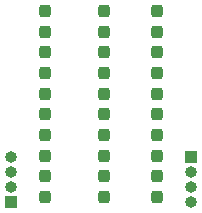
<source format=gbr>
%TF.GenerationSoftware,KiCad,Pcbnew,(6.0.0)*%
%TF.CreationDate,2022-01-30T23:15:09+01:00*%
%TF.ProjectId,TinyPlay_matrix,54696e79-506c-4617-995f-6d6174726978,rev?*%
%TF.SameCoordinates,Original*%
%TF.FileFunction,Soldermask,Top*%
%TF.FilePolarity,Negative*%
%FSLAX46Y46*%
G04 Gerber Fmt 4.6, Leading zero omitted, Abs format (unit mm)*
G04 Created by KiCad (PCBNEW (6.0.0)) date 2022-01-30 23:15:09*
%MOMM*%
%LPD*%
G01*
G04 APERTURE LIST*
G04 Aperture macros list*
%AMRoundRect*
0 Rectangle with rounded corners*
0 $1 Rounding radius*
0 $2 $3 $4 $5 $6 $7 $8 $9 X,Y pos of 4 corners*
0 Add a 4 corners polygon primitive as box body*
4,1,4,$2,$3,$4,$5,$6,$7,$8,$9,$2,$3,0*
0 Add four circle primitives for the rounded corners*
1,1,$1+$1,$2,$3*
1,1,$1+$1,$4,$5*
1,1,$1+$1,$6,$7*
1,1,$1+$1,$8,$9*
0 Add four rect primitives between the rounded corners*
20,1,$1+$1,$2,$3,$4,$5,0*
20,1,$1+$1,$4,$5,$6,$7,0*
20,1,$1+$1,$6,$7,$8,$9,0*
20,1,$1+$1,$8,$9,$2,$3,0*%
G04 Aperture macros list end*
%ADD10RoundRect,0.237500X0.237500X-0.287500X0.237500X0.287500X-0.237500X0.287500X-0.237500X-0.287500X0*%
%ADD11R,1.000000X1.000000*%
%ADD12O,1.000000X1.000000*%
G04 APERTURE END LIST*
D10*
%TO.C,D6*%
X114000000Y-51375000D03*
X114000000Y-49625000D03*
%TD*%
%TO.C,D14*%
X109500000Y-61875000D03*
X109500000Y-60125000D03*
%TD*%
%TO.C,D13*%
X104500000Y-61875000D03*
X104500000Y-60125000D03*
%TD*%
D11*
%TO.C,J2*%
X116900000Y-58500000D03*
D12*
X116900000Y-59770000D03*
X116900000Y-61040000D03*
X116900000Y-62310000D03*
%TD*%
D10*
%TO.C,D3*%
X114000000Y-47875000D03*
X114000000Y-46125000D03*
%TD*%
%TO.C,D9*%
X114000000Y-54875000D03*
X114000000Y-53125000D03*
%TD*%
%TO.C,D2*%
X109500000Y-47875000D03*
X109500000Y-46125000D03*
%TD*%
%TO.C,D12*%
X114000000Y-58375000D03*
X114000000Y-56625000D03*
%TD*%
%TO.C,D15*%
X114000000Y-61875000D03*
X114000000Y-60125000D03*
%TD*%
%TO.C,D10*%
X104500000Y-58375000D03*
X104500000Y-56625000D03*
%TD*%
%TO.C,D5*%
X109500000Y-51375000D03*
X109500000Y-49625000D03*
%TD*%
%TO.C,D1*%
X104500000Y-47875000D03*
X104500000Y-46125000D03*
%TD*%
D11*
%TO.C,J1*%
X101600000Y-62300000D03*
D12*
X101600000Y-61030000D03*
X101600000Y-59760000D03*
X101600000Y-58490000D03*
%TD*%
D10*
%TO.C,D7*%
X104500000Y-54875000D03*
X104500000Y-53125000D03*
%TD*%
%TO.C,D11*%
X109500000Y-58375000D03*
X109500000Y-56625000D03*
%TD*%
%TO.C,D4*%
X104500000Y-51375000D03*
X104500000Y-49625000D03*
%TD*%
%TO.C,D8*%
X109500000Y-54875000D03*
X109500000Y-53125000D03*
%TD*%
M02*

</source>
